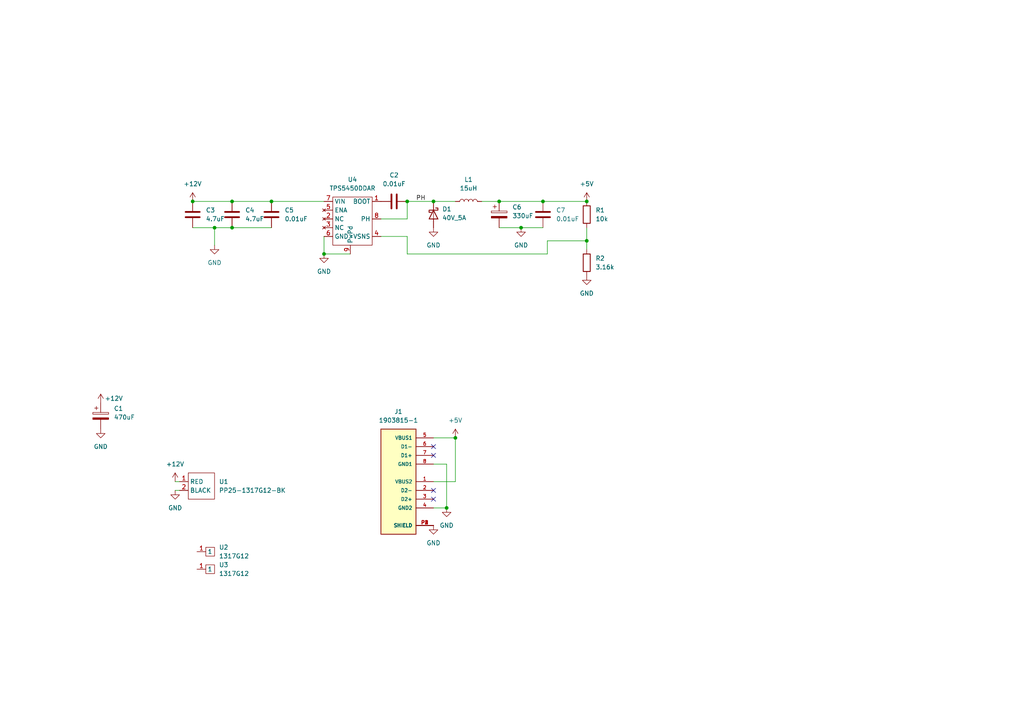
<source format=kicad_sch>
(kicad_sch (version 20211123) (generator eeschema)
  (paper "A4")
  (lib_symbols
    (symbol "01-rickbassham:1903815-1" (pin_names (offset 1.016))
      (property "Reference" "J" (at -5.0865 13.7335 0))
      (property "Value" "1903815-1" (at -5.0845 -20.3378 0))
      (symbol "1903815-1_0_0"
        (rectangle (start -5.08 -17.78) (end 5.08 12.7) (stroke (width 0.254)) (fill (type background)))
        (pin passive line (at 10.16 -2.54 180) (length 5.08) (name "VBUS2") (number "1"))
        (pin passive line (at 10.16 -5.08 180) (length 5.08) (name "D2-") (number "2"))
        (pin passive line (at 10.16 -7.62 180) (length 5.08) (name "D2+") (number "3"))
        (pin passive line (at 10.16 -10.16 180) (length 5.08) (name "GND2") (number "4"))
        (pin passive line (at 10.16 10.16 180) (length 5.08) (name "VBUS1") (number "5"))
        (pin passive line (at 10.16 7.62 180) (length 5.08) (name "D1-") (number "6"))
        (pin passive line (at 10.16 5.08 180) (length 5.08) (name "D1+") (number "7"))
        (pin passive line (at 10.16 2.54 180) (length 5.08) (name "GND1") (number "8"))
        (pin passive line (at 10.16 -15.24 180) (length 5.08) (name "SHIELD") (number "P1"))
        (pin passive line (at 10.16 -15.24 180) (length 5.08) (name "SHIELD") (number "P2"))
        (pin passive line (at 10.16 -15.24 180) (length 5.08) (name "SHIELD") (number "P3"))
        (pin passive line (at 10.16 -15.24 180) (length 5.08) (name "SHIELD") (number "P4"))
      )
    )
    (symbol "01-rickbassham:PP25-1317G12-BK"
      (property "Reference" "U" (at 0 0 0))
      (property "Value" "PP25-1317G12-BK" (at 0 0 0))
      (symbol "PP25-1317G12-BK_0_1"
        (rectangle (start -2.54 -1.27) (end 5.08 -8.89))
      )
      (symbol "PP25-1317G12-BK_1_1"
        (pin input line (at -5.08 -3.81 0) (length 2.54) (name "RED") (number "1"))
        (pin input line (at -5.08 -6.35 0) (length 2.54) (name "BLACK") (number "2"))
      )
    )
    (symbol "01-rickbassham:TPS5450DDAR"
      (property "Reference" "U" (at 0 0 0))
      (property "Value" "TPS5450DDAR" (at 0 0 0))
      (symbol "TPS5450DDAR_0_1"
        (rectangle (start 0 -3.81) (end 11.43 -17.78))
      )
      (symbol "TPS5450DDAR_1_1"
        (pin input line (at 13.97 -5.08 180) (length 2.54) (name "BOOT") (number "1"))
        (pin no_connect line (at -2.54 -10.16 0) (length 2.54) (name "NC") (number "2"))
        (pin no_connect line (at -2.54 -12.7 0) (length 2.54) (name "NC") (number "3"))
        (pin input line (at 13.97 -15.24 180) (length 2.54) (name "VSNS") (number "4"))
        (pin no_connect line (at -2.54 -7.62 0) (length 2.54) (name "ENA") (number "5"))
        (pin input line (at -2.54 -15.24 0) (length 2.54) (name "GND") (number "6"))
        (pin input line (at -2.54 -5.08 0) (length 2.54) (name "VIN") (number "7"))
        (pin input line (at 13.97 -10.16 180) (length 2.54) (name "PH") (number "8"))
        (pin input line (at 5.08 -20.32 90) (length 2.54) (name "PwPd") (number "9"))
      )
    )
    (symbol "1317G12_1" (on_board no)
      (property "Reference" "U" (at 0 0 0))
      (property "Value" "1317G12_1" (at 0 0 0))
      (symbol "1317G12_1_0_1"
        (rectangle (start 2.54 -2.54) (end 5.08 -5.08))
      )
      (symbol "1317G12_1_1_1"
        (pin input line (at 0 -3.81 0) (length 2.54) (name "1") (number "1"))
      )
    )
    (symbol "Device:C" (pin_numbers hide) (pin_names (offset 0.254))
      (property "Reference" "C" (at 0.635 2.54 0))
      (property "Value" "C" (at 0.635 -2.54 0))
      (symbol "C_0_1"
        (polyline (pts (xy -2.032 -0.762) (xy 2.032 -0.762)) (stroke (width 0.508)))
        (polyline (pts (xy -2.032 0.762) (xy 2.032 0.762)) (stroke (width 0.508)))
      )
      (symbol "C_1_1"
        (pin passive line (at 0 3.81 270) (length 2.794) (name "~") (number "1"))
        (pin passive line (at 0 -3.81 90) (length 2.794) (name "~") (number "2"))
      )
    )
    (symbol "Device:C_Polarized" (pin_numbers hide) (pin_names (offset 0.254))
      (property "Reference" "C" (at 0.635 2.54 0))
      (property "Value" "C_Polarized" (at 0.635 -2.54 0))
      (symbol "C_Polarized_0_1"
        (rectangle (start -2.286 0.508) (end 2.286 1.016))
        (polyline (pts (xy -1.778 2.286) (xy -0.762 2.286)))
        (polyline (pts (xy -1.27 2.794) (xy -1.27 1.778)))
        (rectangle (start 2.286 -0.508) (end -2.286 -1.016) (fill (type outline)))
      )
      (symbol "C_Polarized_1_1"
        (pin passive line (at 0 3.81 270) (length 2.794) (name "~") (number "1"))
        (pin passive line (at 0 -3.81 90) (length 2.794) (name "~") (number "2"))
      )
    )
    (symbol "Device:D_Schottky" (pin_numbers hide) (pin_names (offset 1.016) hide)
      (property "Reference" "D" (at 0 2.54 0))
      (property "Value" "D_Schottky" (at 0 -2.54 0))
      (symbol "D_Schottky_0_1"
        (polyline (pts (xy 1.27 0) (xy -1.27 0)))
        (polyline (pts (xy 1.27 1.27) (xy 1.27 -1.27) (xy -1.27 0) (xy 1.27 1.27)) (stroke (width 0.254)))
        (polyline (pts (xy -1.905 0.635) (xy -1.905 1.27) (xy -1.27 1.27) (xy -1.27 -1.27) (xy -0.635 -1.27) (xy -0.635 -0.635)) (stroke (width 0.254)))
      )
      (symbol "D_Schottky_1_1"
        (pin passive line (at -3.81 0 0) (length 2.54) (name "K") (number "1"))
        (pin passive line (at 3.81 0 180) (length 2.54) (name "A") (number "2"))
      )
    )
    (symbol "Device:L" (pin_numbers hide) (pin_names (offset 1.016) hide)
      (property "Reference" "L" (at -1.27 0 90))
      (property "Value" "L" (at 1.905 0 90))
      (symbol "L_0_1"
        (arc (start 0 -2.54) (mid 0.635 -1.905) (end 0 -1.27))
        (arc (start 0 -1.27) (mid 0.635 -0.635) (end 0 0))
        (arc (start 0 0) (mid 0.635 0.635) (end 0 1.27))
        (arc (start 0 1.27) (mid 0.635 1.905) (end 0 2.54))
      )
      (symbol "L_1_1"
        (pin passive line (at 0 3.81 270) (length 1.27) (name "1") (number "1"))
        (pin passive line (at 0 -3.81 90) (length 1.27) (name "2") (number "2"))
      )
    )
    (symbol "Device:R" (pin_numbers hide) (pin_names (offset 0))
      (property "Reference" "R" (at 2.032 0 90))
      (property "Value" "R" (at 0 0 90))
      (symbol "R_0_1"
        (rectangle (start -1.016 -2.54) (end 1.016 2.54) (stroke (width 0.254)))
      )
      (symbol "R_1_1"
        (pin passive line (at 0 3.81 270) (length 1.27) (name "~") (number "1"))
        (pin passive line (at 0 -3.81 90) (length 1.27) (name "~") (number "2"))
      )
    )
    (symbol "power:+12V" (power) (pin_names (offset 0))
      (property "Value" "+12V" (at 0 3.556 0))
      (symbol "+12V_0_1"
        (polyline (pts (xy -0.762 1.27) (xy 0 2.54)))
        (polyline (pts (xy 0 0) (xy 0 2.54)))
        (polyline (pts (xy 0 2.54) (xy 0.762 1.27)))
      )
      (symbol "+12V_1_1"
        (pin power_in line (at 0 0 90) (length 0) hide (name "+12V") (number "1"))
      )
    )
    (symbol "power:+5V" (power) (pin_names (offset 0))
      (property "Value" "+5V" (at 0 3.556 0))
      (symbol "+5V_0_1"
        (polyline (pts (xy -0.762 1.27) (xy 0 2.54)))
        (polyline (pts (xy 0 0) (xy 0 2.54)))
        (polyline (pts (xy 0 2.54) (xy 0.762 1.27)))
      )
      (symbol "+5V_1_1"
        (pin power_in line (at 0 0 90) (length 0) hide (name "+5V") (number "1"))
      )
    )
    (symbol "power:GND" (power) (pin_names (offset 0))
      (property "Value" "GND" (at 0 -3.81 0))
      (symbol "GND_0_1"
        (polyline (pts (xy 0 0) (xy 0 -1.27) (xy 1.27 -1.27) (xy 0 -2.54) (xy -1.27 -1.27) (xy 0 -1.27)))
      )
      (symbol "GND_1_1"
        (pin power_in line (at 0 0 270) (length 0) hide (name "GND") (number "1"))
      )
    )
  )
  (junction (at 129.54 147.32))
  (junction (at 78.74 58.42))
  (junction (at 55.88 58.42))
  (junction (at 144.78 58.42))
  (junction (at 62.23 66.04))
  (junction (at 170.18 69.85))
  (junction (at 93.98 73.66))
  (junction (at 67.31 58.42))
  (junction (at 170.18 58.42))
  (junction (at 151.13 66.04))
  (junction (at 125.73 58.42))
  (junction (at 118.11 58.42))
  (junction (at 132.08 127))
  (junction (at 157.48 58.42))
  (junction (at 67.31 66.04))
  (no_connect (at 125.73 129.54))
  (no_connect (at 125.73 132.08))
  (no_connect (at 125.73 142.24))
  (no_connect (at 125.73 144.78))
  (wire (pts (xy 151.13 66.04) (xy 157.48 66.04)))
  (wire (pts (xy 55.88 58.42) (xy 67.31 58.42)))
  (wire (pts (xy 78.74 58.42) (xy 93.98 58.42)))
  (wire (pts (xy 170.18 69.85) (xy 170.18 72.39)))
  (wire (pts (xy 110.49 63.5) (xy 118.11 63.5)))
  (wire (pts (xy 93.98 73.66) (xy 101.6 73.66)))
  (wire (pts (xy 132.08 139.7) (xy 132.08 127)))
  (wire (pts (xy 62.23 66.04) (xy 62.23 71.12)))
  (wire (pts (xy 118.11 63.5) (xy 118.11 58.42)))
  (wire (pts (xy 125.73 134.62) (xy 129.54 134.62)))
  (wire (pts (xy 125.73 127) (xy 132.08 127)))
  (wire (pts (xy 144.78 66.04) (xy 151.13 66.04)))
  (wire (pts (xy 158.75 73.66) (xy 158.75 69.85)))
  (wire (pts (xy 55.88 66.04) (xy 62.23 66.04)))
  (wire (pts (xy 67.31 66.04) (xy 78.74 66.04)))
  (wire (pts (xy 118.11 68.58) (xy 118.11 73.66)))
  (wire (pts (xy 125.73 147.32) (xy 129.54 147.32)))
  (wire (pts (xy 50.8 142.24) (xy 52.07 142.24)))
  (wire (pts (xy 139.7 58.42) (xy 144.78 58.42)))
  (wire (pts (xy 118.11 73.66) (xy 158.75 73.66)))
  (wire (pts (xy 125.73 139.7) (xy 132.08 139.7)))
  (wire (pts (xy 170.18 66.04) (xy 170.18 69.85)))
  (wire (pts (xy 62.23 66.04) (xy 67.31 66.04)))
  (wire (pts (xy 67.31 58.42) (xy 78.74 58.42)))
  (wire (pts (xy 125.73 58.42) (xy 132.08 58.42)))
  (wire (pts (xy 144.78 58.42) (xy 157.48 58.42)))
  (wire (pts (xy 158.75 69.85) (xy 170.18 69.85)))
  (wire (pts (xy 157.48 58.42) (xy 170.18 58.42)))
  (wire (pts (xy 129.54 134.62) (xy 129.54 147.32)))
  (wire (pts (xy 50.8 139.7) (xy 52.07 139.7)))
  (wire (pts (xy 93.98 68.58) (xy 93.98 73.66)))
  (wire (pts (xy 118.11 58.42) (xy 125.73 58.42)))
  (wire (pts (xy 110.49 68.58) (xy 118.11 68.58)))
  (label "PH" (at 120.65 58.42 0))
  (symbol (lib_id "power:GND") (at 151.13 66.04 0) (unit 1)
    (property "Reference" "#PWR0102" (effects hide))
    (property "Value" "GND" (at 151.13 71.12 0))
  )
  (symbol (lib_id "Device:C") (at 78.74 62.23 0) (unit 1)
    (property "Reference" "C5" (at 82.55 60.9599 0) (effects (justify left)))
    (property "Value" "0.01uF" (at 82.55 63.4999 0) (effects (justify left)))
    (property "Footprint" "Capacitor_SMD:C_0603_1608Metric" (effects hide))
    (property "LCSC" "C302008" (effects hide))
  )
  (symbol (lib_id "Device:C_Polarized") (at 144.78 62.23 0) (unit 1)
    (property "Reference" "C6" (at 148.59 60.0709 0) (effects (justify left)))
    (property "Value" "330uF" (at 148.59 62.6109 0) (effects (justify left)))
    (property "Footprint" "01-rickbassham:CAP_6TPB330ML" (effects hide))
    (property "LCSC" "C236293" (effects hide))
  )
  (symbol (lib_id "power:GND") (at 170.18 80.01 0) (unit 1)
    (property "Reference" "#PWR0104" (effects hide))
    (property "Value" "GND" (at 170.18 85.09 0))
  )
  (symbol (lib_id "power:GND") (at 125.73 66.04 0) (unit 1)
    (property "Reference" "#PWR0106" (effects hide))
    (property "Value" "GND" (at 125.73 71.12 0))
  )
  (symbol (lib_id "Device:C_Polarized") (at 29.21 120.65 0) (unit 1)
    (property "Reference" "C1" (at 33.02 118.4909 0) (effects (justify left)))
    (property "Value" "470uF" (at 33.02 121.0309 0) (effects (justify left)))
    (property "Footprint" "Capacitor_SMD:CP_Elec_6.3x7.7" (effects hide))
    (property "DigiKey Part" "732-8831-1-ND" (effects hide))
    (property "Manufacturer Part" "860020474014" (effects hide))
    (property "PurchaseLink" "https://www.digikey.com/en/products/detail/w%C3%BCrth-elektronik/860020474014/5727068" (effects hide))
    (property "LCSC" "C114446" (effects hide))
  )
  (symbol (lib_id "Device:C") (at 114.3 58.42 90) (unit 1)
    (property "Reference" "C2" (at 114.3 50.8 90))
    (property "Value" "0.01uF" (at 114.3 53.34 90))
    (property "Footprint" "Capacitor_SMD:C_0603_1608Metric" (effects hide))
    (property "LCSC" "C302008" (effects hide))
  )
  (symbol (lib_id "Device:C") (at 67.31 62.23 0) (unit 1)
    (property "Reference" "C4" (at 71.12 60.9599 0) (effects (justify left)))
    (property "Value" "4.7uF" (at 71.12 63.4999 0) (effects (justify left)))
    (property "Footprint" "Capacitor_SMD:C_0603_1608Metric" (effects hide))
    (property "LCSC" "C162274" (effects hide))
  )
  (symbol (lib_id "power:GND") (at 62.23 71.12 0) (unit 1)
    (property "Reference" "#PWR0101" (effects hide))
    (property "Value" "GND" (at 62.23 76.2 0))
  )
  (symbol (lib_id "01-rickbassham:TPS5450DDAR") (at 96.52 53.34 0) (unit 1)
    (property "Reference" "U4" (at 102.235 52.07 0))
    (property "Value" "TPS5450DDAR" (at 102.235 54.61 0))
    (property "Footprint" "01-rickbassham:CONV_TPS5450DDAR" (effects hide))
    (property "LCSC" "C114425" (effects hide))
  )
  (symbol (lib_id "01-rickbassham:1903815-1") (at 115.57 137.16 0) (unit 1)
    (property "Reference" "J1" (at 115.57 119.38 0))
    (property "Value" "1903815-1" (at 115.57 121.92 0))
    (property "Footprint" "01-rickbassham:TE_1903815-1" (effects hide))
    (property "LCSC" "C306228" (effects hide))
  )
  (symbol (lib_name "1317G12_1") (lib_id "01-rickbassham:1317G12") (at 57.15 161.29 0) (unit 1) (on_board no)
    (property "Reference" "U3" (at 63.5 163.8299 0) (effects (justify left)))
    (property "Value" "1317G12" (at 63.5 166.3699 0) (effects (justify left)))
    (property "Datasheet" "https://www.mouser.com/datasheet/2/22/DS_PP1545-1664114.pdf" (effects hide))
    (property "Mouser Part" "879-1317G12-BK" (effects hide))
    (property "Manufacturer Part" "1317G12-BK" (effects hide))
    (property "PurchaseLink" "https://www.mouser.com/ProductDetail/879-1317G12-BK" (effects hide))
  )
  (symbol (lib_id "power:+12V") (at 55.88 58.42 0) (unit 1)
    (property "Reference" "#PWR0105" (effects hide))
    (property "Value" "+12V" (at 55.88 53.34 0))
  )
  (symbol (lib_id "Device:R") (at 170.18 76.2 180) (unit 1)
    (property "Reference" "R2" (at 172.72 74.9299 0) (effects (justify right)))
    (property "Value" "3.16k" (at 172.72 77.4699 0) (effects (justify right)))
    (property "Footprint" "Resistor_SMD:R_0603_1608Metric" (effects hide))
    (property "LCSC" "C185333" (effects hide))
  )
  (symbol (lib_id "power:GND") (at 125.73 152.4 0) (unit 1)
    (property "Reference" "#PWR07" (effects hide))
    (property "Value" "GND" (at 125.73 157.48 0))
  )
  (symbol (lib_id "Device:D_Schottky") (at 125.73 62.23 270) (unit 1)
    (property "Reference" "D1" (at 128.27 60.6424 90) (effects (justify left)))
    (property "Value" "40V_5A" (at 128.27 63.1824 90) (effects (justify left)))
    (property "Footprint" "01-rickbassham:SODFL4626X120N" (effects hide))
    (property "LCSC" "C128733" (effects hide))
  )
  (symbol (lib_id "Device:C") (at 157.48 62.23 0) (unit 1)
    (property "Reference" "C7" (at 161.29 60.9599 0) (effects (justify left)))
    (property "Value" "0.01uF" (at 161.29 63.4999 0) (effects (justify left)))
    (property "Footprint" "Capacitor_SMD:C_0603_1608Metric" (effects hide))
    (property "LCSC" "C302008" (effects hide))
  )
  (symbol (lib_name "1317G12_1") (lib_id "01-rickbassham:1317G12") (at 57.15 156.21 0) (unit 1) (on_board no)
    (property "Reference" "U2" (at 63.5 158.7499 0) (effects (justify left)))
    (property "Value" "1317G12" (at 63.5 161.2899 0) (effects (justify left)))
    (property "Datasheet" "https://www.mouser.com/datasheet/2/22/DS_PP1545-1664114.pdf" (effects hide))
    (property "Mouser Part" "879-1317G12-BK" (effects hide))
    (property "Manufacturer Part" "1317G12-BK" (effects hide))
    (property "PurchaseLink" "https://www.mouser.com/ProductDetail/879-1317G12-BK" (effects hide))
  )
  (symbol (lib_id "power:GND") (at 93.98 73.66 0) (unit 1)
    (property "Reference" "#PWR0107" (effects hide))
    (property "Value" "GND" (at 93.98 78.74 0))
  )
  (symbol (lib_id "power:GND") (at 50.8 142.24 0) (unit 1)
    (property "Reference" "#PWR05" (effects hide))
    (property "Value" "GND" (at 50.8 147.32 0))
  )
  (symbol (lib_id "power:+12V") (at 50.8 139.7 0) (unit 1)
    (property "Reference" "#PWR04" (effects hide))
    (property "Value" "+12V" (at 50.8 134.62 0))
  )
  (symbol (lib_id "power:+5V") (at 132.08 127 0) (unit 1)
    (property "Reference" "#PWR03" (effects hide))
    (property "Value" "+5V" (at 132.08 121.92 0))
  )
  (symbol (lib_id "Device:R") (at 170.18 62.23 180) (unit 1)
    (property "Reference" "R1" (at 172.72 60.9599 0) (effects (justify right)))
    (property "Value" "10k" (at 172.72 63.4999 0) (effects (justify right)))
    (property "Footprint" "Resistor_SMD:R_0603_1608Metric" (effects hide))
    (property "LCSC" "C22936" (effects hide))
  )
  (symbol (lib_id "01-rickbassham:PP25-1317G12-BK") (at 57.15 135.89 0) (unit 1) (in_bom no)
    (property "Reference" "U1" (at 63.5 139.6999 0) (effects (justify left)))
    (property "Value" "PP25-1317G12-BK" (at 63.5 142.2399 0) (effects (justify left)))
    (property "Footprint" "01-rickbassham:PP25-1317G12-BK" (effects hide))
  )
  (symbol (lib_id "power:GND") (at 29.21 124.46 0) (unit 1)
    (property "Reference" "#PWR02" (effects hide))
    (property "Value" "GND" (at 29.21 129.54 0))
  )
  (symbol (lib_id "power:GND") (at 129.54 147.32 0) (unit 1)
    (property "Reference" "#PWR06" (effects hide))
    (property "Value" "GND" (at 129.54 152.4 0))
  )
  (symbol (lib_id "power:+5V") (at 170.18 58.42 0) (unit 1)
    (property "Reference" "#PWR0103" (effects hide))
    (property "Value" "+5V" (at 170.18 53.34 0))
  )
  (symbol (lib_id "Device:L") (at 135.89 58.42 90) (unit 1)
    (property "Reference" "L1" (at 135.89 52.07 90))
    (property "Value" "15uH" (at 135.89 54.61 90))
    (property "Footprint" "01-rickbassham:INDPM120120X800N" (effects hide))
    (property "LCSC" "C167263" (effects hide))
  )
  (symbol (lib_id "power:+12V") (at 29.21 116.84 0) (unit 1)
    (property "Reference" "#PWR01" (effects hide))
    (property "Value" "+12V" (at 33.02 115.57 0))
  )
  (symbol (lib_id "Device:C") (at 55.88 62.23 0) (unit 1)
    (property "Reference" "C3" (at 59.69 60.9599 0) (effects (justify left)))
    (property "Value" "4.7uF" (at 59.69 63.4999 0) (effects (justify left)))
    (property "Footprint" "Capacitor_SMD:C_0603_1608Metric" (effects hide))
    (property "LCSC" "C162274" (effects hide))
  )
)
</source>
